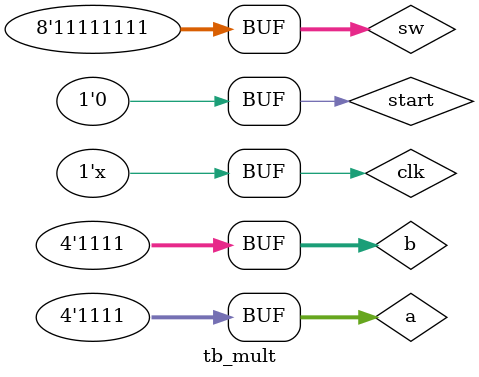
<source format=v>
`timescale 1ns / 1ps


module tb_mult(

    );
    
    reg clk;
    reg start;
    reg [7:0] sw;
    wire stop;
    wire [7:0] product;
    reg [3:0] a, b;
    
    always @ (*) begin 
        sw[7:4] = a;
        sw[3:0] = b;
    end
    
    mult m0(
        .clk(clk),
        .start(start),
        .sw(sw),
        .stop(stop),
        .product(product));
    
    initial begin
        clk = 0;
        start = 1;
        a = 15;
        b = 15;
        #10
        start = 0;
        
    end
        
    always begin
        #5 clk = ~clk;
    end
    
endmodule

</source>
